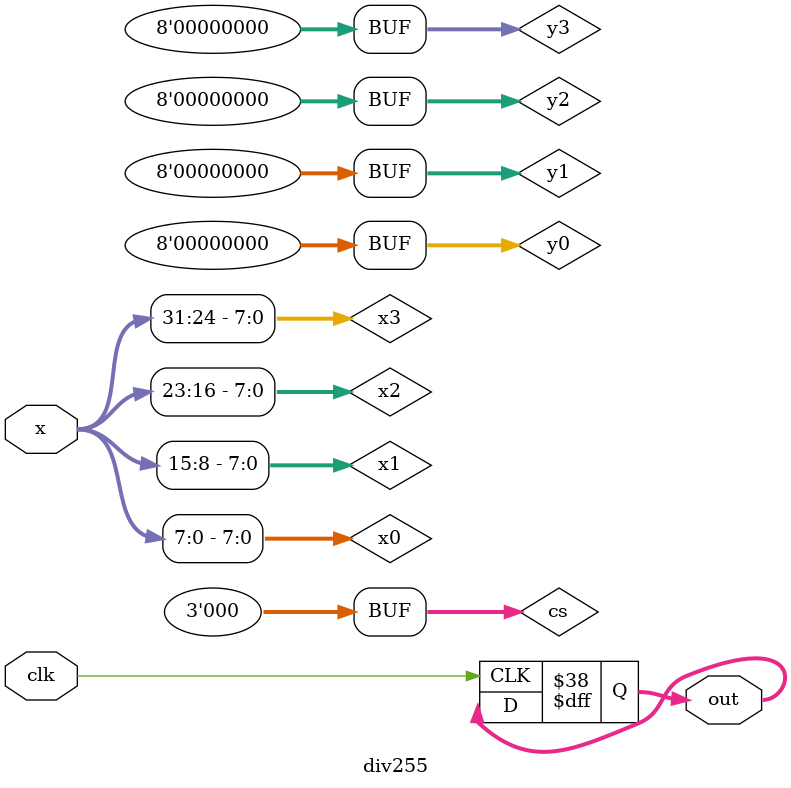
<source format=v>
module subtractor8bit(A, B, Bin, Bout, out);
    input [7:0] A, B;
    input Bin;
    output reg Bout;
    reg [8:0] diff;
    output reg signed [7:0] out;

    always @(A, B, Bin) begin
        diff = A - B - Bin;
        out = diff[7:0];
        Bout = diff[8];
    end
endmodule

module div255(x, clk, out);
    input signed [31:0] x; 
    input clk;
    output reg signed [31:0] out;

    reg [7:0] y0, y1, y2, y3;
    reg [7:0] x0, x1, x2, x3;

    parameter S0 = 0, S1 = 1, S2 = 2, S3 = 3, S4 = 4;

    wire bout0, bout1, bout2, bout3;
    wire [7:0] diff0, diff1, diff2, diff3;
    subtractor8bit sub0(8'b0, x0, 1'b0, bout0, diff0);
    subtractor8bit sub1(y0, x1, bout0, bout1, diff1);
    subtractor8bit sub2(y1, x2, bout1, bout2, diff2);
    subtractor8bit sub3(y2, x3, bout2, bout3, diff3);


    reg [2:0] cs, ns;

    always @(x) begin
        y0 <= 0;
        y1 <= 0;
        y2 <= 0;
        y3 <= 0;
        x0 <= x[7:0];
        x1 <= x[15:8];
        x2 <= x[23:16];
        x3 <= x[31:24];
        cs <= S0;
    end

    always @(posedge clk) begin
        cs <= ns;
        // S0 -> S1 -> S2 -> S3 -> S4 -> finish
        case(cs)
            S0: begin 
                // get y0 
                y0 <= diff0; 
                ns <= S1;
            end
            S1: begin
                // get y1
                y1 <= diff1;
                ns <= S2;
            end
            S2: begin
                // get y2
                y2 <= diff2;
                ns <= S3;
            end
            S3: begin
                // get y3
                y3 <= diff3;
                ns <= S4;
            end
            S4: begin
                // end and get y
                out = {y3, y2, y1, y0};
            end
        endcase

    end

endmodule
</source>
